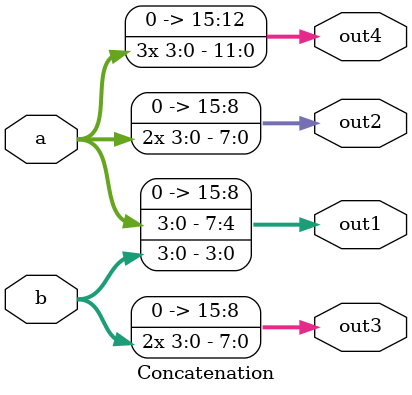
<source format=v>
module Concatenation(a,b,out1,out2,out3,out4);
	input [3:0]a,b;
	output [15:0]out1,out2,out3,out4;
	assign out1 = {a,b};
	assign out2 = {a,a};
	assign out3 = {b,b};
	assign out4 = {3{a}};
endmodule

</source>
